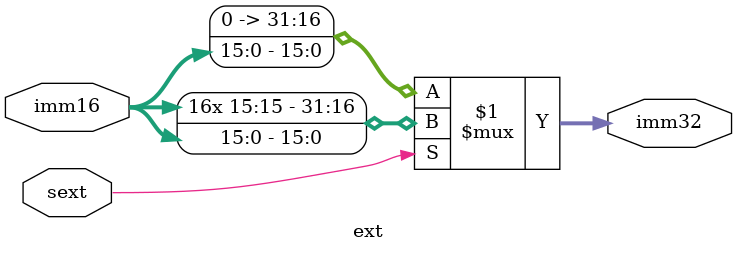
<source format=v>
module ext(
     input      [16- 1: 0]  imm16
    ,input                  sext
    ,output     [32- 1: 0]  imm32
);
  
  assign imm32 = sext ? {{16{imm16[15]}},imm16} //sext == 1 : SIGN
                        : {16'b0,imm16};        //sext == 0 : ZERO

endmodule


</source>
